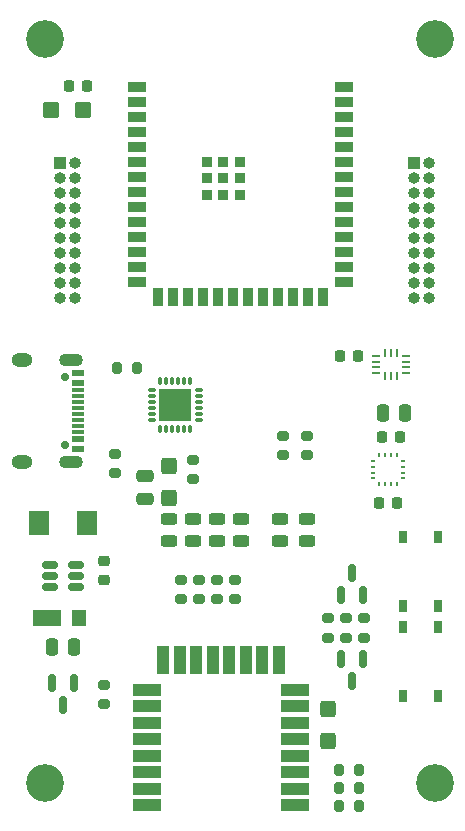
<source format=gbr>
%TF.GenerationSoftware,KiCad,Pcbnew,8.0.6*%
%TF.CreationDate,2025-01-30T17:26:38+11:00*%
%TF.ProjectId,ESP32-DWM1000-local,45535033-322d-4445-974d-313030302d6c,rev?*%
%TF.SameCoordinates,Original*%
%TF.FileFunction,Soldermask,Top*%
%TF.FilePolarity,Negative*%
%FSLAX46Y46*%
G04 Gerber Fmt 4.6, Leading zero omitted, Abs format (unit mm)*
G04 Created by KiCad (PCBNEW 8.0.6) date 2025-01-30 17:26:38*
%MOMM*%
%LPD*%
G01*
G04 APERTURE LIST*
G04 Aperture macros list*
%AMRoundRect*
0 Rectangle with rounded corners*
0 $1 Rounding radius*
0 $2 $3 $4 $5 $6 $7 $8 $9 X,Y pos of 4 corners*
0 Add a 4 corners polygon primitive as box body*
4,1,4,$2,$3,$4,$5,$6,$7,$8,$9,$2,$3,0*
0 Add four circle primitives for the rounded corners*
1,1,$1+$1,$2,$3*
1,1,$1+$1,$4,$5*
1,1,$1+$1,$6,$7*
1,1,$1+$1,$8,$9*
0 Add four rect primitives between the rounded corners*
20,1,$1+$1,$2,$3,$4,$5,0*
20,1,$1+$1,$4,$5,$6,$7,0*
20,1,$1+$1,$6,$7,$8,$9,0*
20,1,$1+$1,$8,$9,$2,$3,0*%
G04 Aperture macros list end*
%ADD10C,0.700000*%
%ADD11R,1.100000X0.550000*%
%ADD12R,1.100000X0.300000*%
%ADD13O,2.000000X1.100000*%
%ADD14O,1.800000X1.200000*%
%ADD15RoundRect,0.250000X-0.425000X0.450000X-0.425000X-0.450000X0.425000X-0.450000X0.425000X0.450000X0*%
%ADD16RoundRect,0.250000X0.425000X-0.450000X0.425000X0.450000X-0.425000X0.450000X-0.425000X-0.450000X0*%
%ADD17RoundRect,0.225000X0.225000X0.250000X-0.225000X0.250000X-0.225000X-0.250000X0.225000X-0.250000X0*%
%ADD18RoundRect,0.150000X-0.150000X0.587500X-0.150000X-0.587500X0.150000X-0.587500X0.150000X0.587500X0*%
%ADD19R,1.500000X0.900000*%
%ADD20R,0.900000X1.500000*%
%ADD21R,0.900000X0.900000*%
%ADD22R,0.700000X1.100000*%
%ADD23R,1.000000X1.000000*%
%ADD24O,1.000000X1.000000*%
%ADD25RoundRect,0.150000X0.150000X-0.587500X0.150000X0.587500X-0.150000X0.587500X-0.150000X-0.587500X0*%
%ADD26RoundRect,0.200000X-0.275000X0.200000X-0.275000X-0.200000X0.275000X-0.200000X0.275000X0.200000X0*%
%ADD27RoundRect,0.243750X0.456250X-0.243750X0.456250X0.243750X-0.456250X0.243750X-0.456250X-0.243750X0*%
%ADD28R,1.200000X1.400000*%
%ADD29R,2.400000X1.400000*%
%ADD30R,1.800000X2.000000*%
%ADD31RoundRect,0.225000X-0.225000X-0.250000X0.225000X-0.250000X0.225000X0.250000X-0.225000X0.250000X0*%
%ADD32RoundRect,0.200000X-0.200000X-0.275000X0.200000X-0.275000X0.200000X0.275000X-0.200000X0.275000X0*%
%ADD33RoundRect,0.250000X0.450000X0.425000X-0.450000X0.425000X-0.450000X-0.425000X0.450000X-0.425000X0*%
%ADD34C,3.200000*%
%ADD35R,0.680000X0.280000*%
%ADD36R,0.280000X0.680000*%
%ADD37RoundRect,0.200000X0.200000X0.275000X-0.200000X0.275000X-0.200000X-0.275000X0.200000X-0.275000X0*%
%ADD38RoundRect,0.200000X0.275000X-0.200000X0.275000X0.200000X-0.275000X0.200000X-0.275000X-0.200000X0*%
%ADD39RoundRect,0.250000X-0.250000X-0.475000X0.250000X-0.475000X0.250000X0.475000X-0.250000X0.475000X0*%
%ADD40R,0.250000X0.450000*%
%ADD41R,0.450000X0.250000*%
%ADD42RoundRect,0.243750X-0.456250X0.243750X-0.456250X-0.243750X0.456250X-0.243750X0.456250X0.243750X0*%
%ADD43O,0.800000X0.280000*%
%ADD44O,0.280000X0.800000*%
%ADD45R,2.700000X2.700000*%
%ADD46RoundRect,0.250000X-0.475000X0.250000X-0.475000X-0.250000X0.475000X-0.250000X0.475000X0.250000X0*%
%ADD47R,2.450000X1.000000*%
%ADD48R,1.000000X2.450000*%
%ADD49RoundRect,0.225000X0.250000X-0.225000X0.250000X0.225000X-0.250000X0.225000X-0.250000X-0.225000X0*%
%ADD50RoundRect,0.150000X-0.512500X-0.150000X0.512500X-0.150000X0.512500X0.150000X-0.512500X0.150000X0*%
G04 APERTURE END LIST*
D10*
%TO.C,USB1*%
X115180000Y-117110000D03*
X115180000Y-122890000D03*
D11*
X116260000Y-116800000D03*
X116260000Y-117600000D03*
D12*
X116260000Y-118250000D03*
X116260000Y-118750000D03*
X116260000Y-119250000D03*
X116260000Y-119750000D03*
X116260000Y-120250000D03*
X116260000Y-120750000D03*
X116260000Y-121250000D03*
X116260000Y-121750000D03*
D11*
X116260000Y-122400000D03*
X116260000Y-123200000D03*
D13*
X115710000Y-115680000D03*
D14*
X111500000Y-115680000D03*
D13*
X115710000Y-124320000D03*
D14*
X111500000Y-124320000D03*
%TD*%
D15*
%TO.C,C5*%
X123952000Y-124634000D03*
X123952000Y-127334000D03*
%TD*%
D16*
%TO.C,C6*%
X137414000Y-147908000D03*
X137414000Y-145208000D03*
%TD*%
D17*
%TO.C,C7*%
X117025000Y-92500000D03*
X115475000Y-92500000D03*
%TD*%
D18*
%TO.C,Q2*%
X140396000Y-140999000D03*
X138496000Y-140999000D03*
X139446000Y-142874000D03*
%TD*%
D19*
%TO.C,U2*%
X121298000Y-92591500D03*
X121298000Y-93861500D03*
X121298000Y-95131500D03*
X121298000Y-96401500D03*
X121298000Y-97671500D03*
X121298000Y-98941500D03*
X121298000Y-100211500D03*
X121298000Y-101481500D03*
X121298000Y-102751500D03*
X121298000Y-104021500D03*
X121298000Y-105291500D03*
X121298000Y-106561500D03*
X121298000Y-107831500D03*
X121298000Y-109101500D03*
D20*
X123058000Y-110371500D03*
X124328000Y-110371500D03*
X125598000Y-110371500D03*
X126868000Y-110371500D03*
X128138000Y-110371500D03*
X129418000Y-110371500D03*
X130678000Y-110371500D03*
X131948000Y-110371500D03*
X133218000Y-110371500D03*
X134498000Y-110371500D03*
X135768000Y-110371500D03*
X137038000Y-110341500D03*
D19*
X138798000Y-109101500D03*
X138798000Y-107831500D03*
X138798000Y-106561500D03*
X138798000Y-105291500D03*
X138798000Y-104021500D03*
X138798000Y-102751500D03*
X138798000Y-101481500D03*
X138798000Y-100211500D03*
X138798000Y-98941500D03*
X138798000Y-97671500D03*
X138798000Y-96401500D03*
X138798000Y-95131500D03*
X138798000Y-93861500D03*
X138798000Y-92591500D03*
D21*
X127148000Y-98911500D03*
X127148000Y-100311500D03*
X127148000Y-101711500D03*
X128548000Y-98911500D03*
X128548000Y-100311500D03*
X128548000Y-101711500D03*
X129948000Y-98911500D03*
X129948000Y-100311500D03*
X129948000Y-101711500D03*
%TD*%
D22*
%TO.C,SW2*%
X143788000Y-136554000D03*
X143788000Y-130654000D03*
X146788000Y-136554000D03*
X146788000Y-130654000D03*
%TD*%
D23*
%TO.C,J2*%
X144730000Y-99000000D03*
D24*
X146000000Y-99000000D03*
X144730000Y-100270000D03*
X146000000Y-100270000D03*
X144730000Y-101540000D03*
X146000000Y-101540000D03*
X144730000Y-102810000D03*
X146000000Y-102810000D03*
X144730000Y-104080000D03*
X146000000Y-104080000D03*
X144730000Y-105350000D03*
X146000000Y-105350000D03*
X144730000Y-106620000D03*
X146000000Y-106620000D03*
X144730000Y-107890000D03*
X146000000Y-107890000D03*
X144730000Y-109160000D03*
X146000000Y-109160000D03*
X144730000Y-110430000D03*
X146000000Y-110430000D03*
%TD*%
D25*
%TO.C,Q1*%
X138496000Y-135557500D03*
X140396000Y-135557500D03*
X139446000Y-133682500D03*
%TD*%
D26*
%TO.C,R5*%
X128016000Y-134303000D03*
X128016000Y-135953000D03*
%TD*%
D27*
%TO.C,D7*%
X133350000Y-130985500D03*
X133350000Y-129110500D03*
%TD*%
D28*
%TO.C,D5*%
X116380000Y-137500000D03*
D29*
X113620000Y-137500000D03*
%TD*%
D30*
%TO.C,L1*%
X117000000Y-129500000D03*
X113000000Y-129500000D03*
%TD*%
D31*
%TO.C,C11*%
X138417000Y-115316000D03*
X139967000Y-115316000D03*
%TD*%
D32*
%TO.C,R13*%
X119571000Y-116332000D03*
X121221000Y-116332000D03*
%TD*%
D33*
%TO.C,C4*%
X116666000Y-94500000D03*
X113966000Y-94500000D03*
%TD*%
D26*
%TO.C,R7*%
X124968000Y-134303000D03*
X124968000Y-135953000D03*
%TD*%
D34*
%TO.C,H1*%
X146500000Y-88500000D03*
%TD*%
D35*
%TO.C,U6*%
X141498000Y-115324000D03*
X141498000Y-115824000D03*
X141498000Y-116324000D03*
X141498000Y-116824000D03*
D36*
X142258000Y-117084000D03*
X142758000Y-117084000D03*
X143258000Y-117084000D03*
D35*
X144018000Y-116824000D03*
X144018000Y-116324000D03*
X144018000Y-115824000D03*
X144018000Y-115324000D03*
D36*
X143258000Y-115064000D03*
X142758000Y-115064000D03*
X142258000Y-115064000D03*
%TD*%
D37*
%TO.C,R2*%
X140017000Y-153416000D03*
X138367000Y-153416000D03*
%TD*%
D26*
%TO.C,R8*%
X138938000Y-137549000D03*
X138938000Y-139199000D03*
%TD*%
%TO.C,R11*%
X140446000Y-137549000D03*
X140446000Y-139199000D03*
%TD*%
D37*
%TO.C,R3*%
X140017000Y-150368000D03*
X138367000Y-150368000D03*
%TD*%
D34*
%TO.C,H3*%
X146500000Y-151500000D03*
%TD*%
D26*
%TO.C,R12*%
X118500000Y-143175000D03*
X118500000Y-144825000D03*
%TD*%
D38*
%TO.C,R9*%
X125984000Y-125793000D03*
X125984000Y-124143000D03*
%TD*%
D26*
%TO.C,R4*%
X129540000Y-134303000D03*
X129540000Y-135953000D03*
%TD*%
D17*
%TO.C,C10*%
X143269000Y-127762000D03*
X141719000Y-127762000D03*
%TD*%
D39*
%TO.C,C2*%
X114050000Y-140000000D03*
X115950000Y-140000000D03*
%TD*%
D40*
%TO.C,U5*%
X141744000Y-126228000D03*
X142244000Y-126228000D03*
X142744000Y-126228000D03*
X143244000Y-126228000D03*
D41*
X143754000Y-125718000D03*
X143754000Y-125218000D03*
X143754000Y-124718000D03*
X143754000Y-124218000D03*
D40*
X143244000Y-123708000D03*
X142744000Y-123708000D03*
X142244000Y-123708000D03*
X141744000Y-123708000D03*
D41*
X141234000Y-124218000D03*
X141234000Y-124718000D03*
X141234000Y-125218000D03*
X141234000Y-125718000D03*
%TD*%
D34*
%TO.C,H2*%
X113474873Y-88474873D03*
%TD*%
D23*
%TO.C,J1*%
X114730000Y-99000000D03*
D24*
X116000000Y-99000000D03*
X114730000Y-100270000D03*
X116000000Y-100270000D03*
X114730000Y-101540000D03*
X116000000Y-101540000D03*
X114730000Y-102810000D03*
X116000000Y-102810000D03*
X114730000Y-104080000D03*
X116000000Y-104080000D03*
X114730000Y-105350000D03*
X116000000Y-105350000D03*
X114730000Y-106620000D03*
X116000000Y-106620000D03*
X114730000Y-107890000D03*
X116000000Y-107890000D03*
X114730000Y-109160000D03*
X116000000Y-109160000D03*
X114730000Y-110430000D03*
X116000000Y-110430000D03*
%TD*%
D42*
%TO.C,D3*%
X125984000Y-129110500D03*
X125984000Y-130985500D03*
%TD*%
D34*
%TO.C,H4*%
X113500000Y-151500000D03*
%TD*%
D27*
%TO.C,D6*%
X135636000Y-130985500D03*
X135636000Y-129110500D03*
%TD*%
D43*
%TO.C,U3*%
X122500000Y-118250000D03*
X122500000Y-118750000D03*
X122500000Y-119250000D03*
X122500000Y-119750000D03*
X122500000Y-120250000D03*
X122500000Y-120750000D03*
D44*
X123250000Y-121500000D03*
X123750000Y-121500000D03*
X124250000Y-121500000D03*
X124750000Y-121500000D03*
X125250000Y-121500000D03*
X125750000Y-121500000D03*
D43*
X126500000Y-120750000D03*
X126500000Y-120250000D03*
X126500000Y-119750000D03*
X126500000Y-119250000D03*
X126500000Y-118750000D03*
X126500000Y-118260000D03*
D44*
X125750000Y-117500000D03*
X125250000Y-117500000D03*
X124750000Y-117500000D03*
X124250000Y-117500000D03*
X123750000Y-117500000D03*
X123250000Y-117500000D03*
D45*
X124500000Y-119510000D03*
%TD*%
D38*
%TO.C,R16*%
X133604000Y-123761000D03*
X133604000Y-122111000D03*
%TD*%
D37*
%TO.C,R1*%
X140017000Y-151892000D03*
X138367000Y-151892000D03*
%TD*%
D17*
%TO.C,C8*%
X143523000Y-122174000D03*
X141973000Y-122174000D03*
%TD*%
D46*
%TO.C,C3*%
X121920000Y-125542000D03*
X121920000Y-127442000D03*
%TD*%
D39*
%TO.C,C9*%
X142052000Y-120142000D03*
X143952000Y-120142000D03*
%TD*%
D26*
%TO.C,R6*%
X126492000Y-134303000D03*
X126492000Y-135953000D03*
%TD*%
D22*
%TO.C,SW1*%
X146788000Y-138274000D03*
X146788000Y-144174000D03*
X143788000Y-138274000D03*
X143788000Y-144174000D03*
%TD*%
D42*
%TO.C,D2*%
X128016000Y-129110500D03*
X128016000Y-130985500D03*
%TD*%
D26*
%TO.C,R14*%
X119380000Y-123635000D03*
X119380000Y-125285000D03*
%TD*%
D18*
%TO.C,Q3*%
X115950000Y-143062500D03*
X114050000Y-143062500D03*
X115000000Y-144937500D03*
%TD*%
D47*
%TO.C,U1*%
X134677500Y-153390000D03*
X134677500Y-152000000D03*
X134677500Y-150600000D03*
X134677500Y-149200000D03*
X134677500Y-147790000D03*
X134677500Y-146390000D03*
X134677500Y-145000000D03*
X134677500Y-143590000D03*
D48*
X133277500Y-141050000D03*
X131877500Y-141050000D03*
X130477500Y-141050000D03*
X129077500Y-141050000D03*
X127677500Y-141050000D03*
X126277500Y-141050000D03*
X124877500Y-141050000D03*
X123477500Y-141050000D03*
D47*
X122077500Y-143610000D03*
X122077500Y-145000000D03*
X122077500Y-146400000D03*
X122077500Y-147800000D03*
X122077500Y-149190000D03*
X122077500Y-150590000D03*
X122077500Y-151990000D03*
X122077500Y-153390000D03*
%TD*%
D49*
%TO.C,C1*%
X118500000Y-134275000D03*
X118500000Y-132725000D03*
%TD*%
D50*
%TO.C,U4*%
X113862500Y-133050000D03*
X113862500Y-134000000D03*
X113862500Y-134950000D03*
X116137500Y-134950000D03*
X116137500Y-134000000D03*
X116137500Y-133050000D03*
%TD*%
D42*
%TO.C,D4*%
X123952000Y-129110500D03*
X123952000Y-130985500D03*
%TD*%
D38*
%TO.C,R10*%
X137414000Y-139199000D03*
X137414000Y-137549000D03*
%TD*%
D42*
%TO.C,D1*%
X130048000Y-129110500D03*
X130048000Y-130985500D03*
%TD*%
D38*
%TO.C,R15*%
X135636000Y-123761000D03*
X135636000Y-122111000D03*
%TD*%
M02*

</source>
